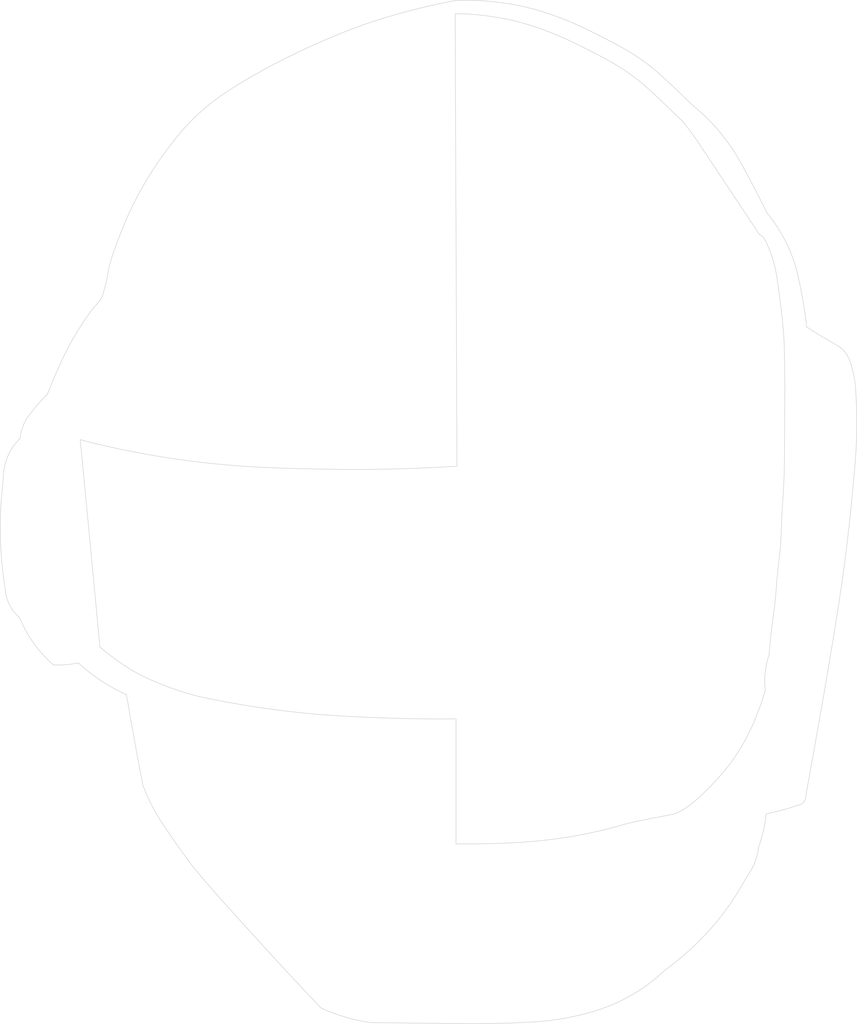
<source format=kicad_pcb>
(kicad_pcb (version 20211014) (generator pcbnew)

  (general
    (thickness 1.6)
  )

  (paper "A0")
  (layers
    (0 "F.Cu" signal)
    (31 "B.Cu" signal)
    (32 "B.Adhes" user "B.Adhesive")
    (33 "F.Adhes" user "F.Adhesive")
    (34 "B.Paste" user)
    (35 "F.Paste" user)
    (36 "B.SilkS" user "B.Silkscreen")
    (37 "F.SilkS" user "F.Silkscreen")
    (38 "B.Mask" user)
    (39 "F.Mask" user)
    (40 "Dwgs.User" user "User.Drawings")
    (41 "Cmts.User" user "User.Comments")
    (42 "Eco1.User" user "User.Eco1")
    (43 "Eco2.User" user "User.Eco2")
    (44 "Edge.Cuts" user)
    (45 "Margin" user)
    (46 "B.CrtYd" user "B.Courtyard")
    (47 "F.CrtYd" user "F.Courtyard")
    (48 "B.Fab" user)
    (49 "F.Fab" user)
  )

  (setup
    (pad_to_mask_clearance 0)
    (pcbplotparams
      (layerselection 0x00010fc_ffffffff)
      (disableapertmacros false)
      (usegerberextensions false)
      (usegerberattributes true)
      (usegerberadvancedattributes true)
      (creategerberjobfile true)
      (svguseinch false)
      (svgprecision 6)
      (excludeedgelayer true)
      (plotframeref false)
      (viasonmask false)
      (mode 1)
      (useauxorigin false)
      (hpglpennumber 1)
      (hpglpenspeed 20)
      (hpglpendiameter 15.000000)
      (dxfpolygonmode true)
      (dxfimperialunits true)
      (dxfusepcbnewfont true)
      (psnegative false)
      (psa4output false)
      (plotreference true)
      (plotvalue true)
      (plotinvisibletext false)
      (sketchpadsonfab false)
      (subtractmaskfromsilk false)
      (outputformat 1)
      (mirror false)
      (drillshape 1)
      (scaleselection 1)
      (outputdirectory "")
    )
  )

  (net 0 "")

  (gr_curve (pts (xy 313.133334 119.602778) (xy 312.991783 119.307361) (xy 312.770651 118.927475) (xy 312.427778 118.544445)) (layer "Dwgs.User") (width 0.2) (tstamp 08cc47f9-1752-4831-9e8b-8b09df1135e3))
  (gr_curve (pts (xy 72.052765 270.479831) (xy 72.052786 270.479852) (xy 76.087897 273.717338) (xy 80.476389 276.4125)) (layer "Dwgs.User") (width 0.2) (tstamp 0c35abc6-b220-4f2a-ae49-7d38bdf1a3d6))
  (gr_curve (pts (xy 313.133334 277.647223) (xy 313.416434 275.106766) (xy 313.981559 272.960472) (xy 314.544445 271.297223)) (layer "Dwgs.User") (width 0.2) (tstamp 0cdbf279-7116-49ab-a395-e6b16ca3a9ec))
  (gr_curve (pts (xy 106.229167 286.643056) (xy 111.472279 287.739737) (xy 118.991308 289.190962) (xy 128.101389 290.523611)) (layer "Dwgs.User") (width 0.2) (tstamp 144fd7ba-8f17-4e5b-b412-fc4768e73585))
  (gr_curve (pts (xy 287.486794 71.096856) (xy 287.449415 71.135132) (xy 279.404729 62.958758) (xy 274.151389 58.395834)) (layer "Dwgs.User") (width 0.2) (tstamp 1643ade5-583c-468c-a539-154a25009740))
  (gr_curve (pts (xy 314.544445 271.297223) (xy 314.731212 268.904001) (xy 315.054147 265.228084) (xy 315.602778 260.713889)) (layer "Dwgs.User") (width 0.2) (tstamp 17832ace-2139-4621-90dc-69ef638f01ef))
  (gr_curve (pts (xy 199.715278 31.937501) (xy 199.950471 88.734723) (xy 200.185641 145.531945) (xy 200.420834 202.329167)) (layer "Dwgs.User") (width 0.2) (tstamp 1b0e53d1-9214-4985-a9bf-b766dd30e124))
  (gr_curve (pts (xy 317.719445 240.605556) (xy 318.280866 235.048143) (xy 318.490113 234.730936) (xy 318.777778 230.727778)) (layer "Dwgs.User") (width 0.2) (tstamp 26807db7-5fcd-481f-9fe2-7d81045b9155))
  (gr_curve (pts (xy 57.898611 191.393056) (xy 60.25046 215.617126) (xy 62.602308 239.841197) (xy 64.954167 264.065278)) (layer "Dwgs.User") (width 0.2) (tstamp 2a0527b4-a9a4-496d-b636-625331226b38))
  (gr_curve (pts (xy 292.672223 77.975) (xy 290.900582 75.444955) (xy 289.125712 73.094829) (xy 287.380556 70.919445)) (layer "Dwgs.User") (width 0.2) (tstamp 2eebe51e-a8ff-4cb4-8f08-25712f696bdb))
  (gr_curve (pts (xy 318.777778 230.727778) (xy 318.994259 227.715193) (xy 318.960842 226.711034) (xy 319.130556 222.613889)) (layer "Dwgs.User") (width 0.2) (tstamp 322aa306-be77-457b-9171-d4a79ca24aa0))
  (gr_curve (pts (xy 299.375 88.558334) (xy 297.457331 85.195711) (xy 295.238819 81.640281) (xy 292.672223 77.975)) (layer "Dwgs.User") (width 0.2) (tstamp 4969eedb-c458-41f2-8f80-a08fd8638d6d))
  (gr_curve (pts (xy 274.151389 58.395834) (xy 266.746243 51.963899) (xy 260.214385 48.659332) (xy 252.279167 44.6375)) (layer "Dwgs.User") (width 0.2) (tstamp 4b509482-2c67-439a-aefc-527e2d2d7d8c))
  (gr_curve (pts (xy 200.136118 318.316661) (xy 200.138314 326.927526) (xy 200.11562 335.537251) (xy 200.068056 344.145834)) (layer "Dwgs.User") (width 0.2) (tstamp 55ca3a92-f007-4590-9a55-877314742dab))
  (gr_curve (pts (xy 267.625 335.15) (xy 272.474188 333.31258) (xy 285.078199 328.372335) (xy 296.2 316.1)) (layer "Dwgs.User") (width 0.2) (tstamp 57203712-9992-4fc9-9711-288ef635c7ef))
  (gr_curve (pts (xy 89.648611 198.448612) (xy 76.216744 196.152628) (xy 65.281968 193.423972) (xy 57.898611 191.393056)) (layer "Dwgs.User") (width 0.2) (tstamp 5927d0fc-b85a-4f55-b6db-2f73d3e09002))
  (gr_curve (pts (xy 315.602778 125.6) (xy 314.764027 123.055496) (xy 313.838286 121.015353) (xy 313.133334 119.602778)) (layer "Dwgs.User") (width 0.2) (tstamp 5b94cd06-19bf-4a35-84dd-7a112e377850))
  (gr_curve (pts (xy 80.476389 276.4125) (xy 91.442839 283.14749) (xy 106.229124 286.643056) (xy 106.229167 286.643056)) (layer "Dwgs.User") (width 0.2) (tstamp 5c1ad781-90fc-4fd8-b403-91ed66ce5284))
  (gr_curve (pts (xy 173.256945 294.404167) (xy 180.094146 294.671765) (xy 189.230862 294.893112) (xy 200.068056 294.756945)) (layer "Dwgs.User") (width 0.2) (tstamp 722c59e2-91f2-499a-91fd-63e84c07af20))
  (gr_curve (pts (xy 310.663889 291.758334) (xy 311.811192 288.786271) (xy 312.604684 286.22368) (xy 313.133334 284.35)) (layer "Dwgs.User") (width 0.2) (tstamp 76a31271-894a-4699-b699-f227098f490e))
  (gr_curve (pts (xy 315.602778 260.713889) (xy 316.093618 256.675247) (xy 316.252006 256.187034) (xy 316.661111 252.6)) (layer "Dwgs.User") (width 0.2) (tstamp 8edd6f3f-6b3e-46de-b965-e4c277135b4e))
  (gr_curve (pts (xy 305.725 101.963889) (xy 303.69403 97.027789) (xy 301.530381 92.557169) (xy 299.375 88.558334)) (layer "Dwgs.User") (width 0.2) (tstamp 921dc15a-83d9-4b98-ad0f-19a9574bf4c6))
  (gr_curve (pts (xy 259.863889 337.619445) (xy 263.113002 336.688408) (xy 264.966851 336.157196) (xy 267.625 335.15)) (layer "Dwgs.User") (width 0.2) (tstamp 92811ce4-46b4-4d25-adcb-9d50dff5b6ee))
  (gr_curve (pts (xy 200.420834 202.329167) (xy 181.277127 203.506055) (xy 164.967722 203.608794) (xy 152.443056 203.3875)) (layer "Dwgs.User") (width 0.2) (tstamp 972c8be9-b149-43a3-a27a-cb900dbbb3b4))
  (gr_curve (pts (xy 309.252778 111.488889) (xy 308.249696 108.452743) (xy 307.083875 105.266503) (xy 305.725 101.963889)) (layer "Dwgs.User") (width 0.2) (tstamp 99ae5f71-513a-4b8e-bac3-2ee2589a3571))
  (gr_curve (pts (xy 64.954167 264.065278) (xy 66.86992 266.011219) (xy 69.228454 268.212441) (xy 72.052765 270.479831)) (layer "Dwgs.User") (width 0.2) (tstamp a38e8313-32ad-4c26-baf3-20cdacc483b5))
  (gr_curve (pts (xy 317.366667 133.008334) (xy 317.238208 132.177915) (xy 317.001659 130.714202) (xy 316.53416 128.829196)) (layer "Dwgs.User") (width 0.2) (tstamp a7beab43-105d-442e-a21d-89da4ae28c83))
  (gr_curve (pts (xy 320.188889 194.744445) (xy 320.239403 183.937708) (xy 320.411873 176.029491) (xy 320.235441 165.232809)) (layer "Dwgs.User") (width 0.2) (tstamp a9cbf670-55e5-4b39-b85d-abb761067782))
  (gr_curve (pts (xy 311.016667 117.486111) (xy 310.428718 115.487036) (xy 309.840727 113.487965) (xy 309.252778 111.488889)) (layer "Dwgs.User") (width 0.2) (tstamp ac1e8c43-c017-4f05-be66-80f24f5fddeb))
  (gr_curve (pts (xy 252.279167 44.6375) (xy 246.512163 41.714584) (xy 235.629602 36.280614) (xy 222.645834 33.70139)) (layer "Dwgs.User") (width 0.2) (tstamp afd760c3-4069-4ae8-9614-b9b8a9e348b3))
  (gr_curve (pts (xy 287.38047 70.919326) (xy 287.38047 70.919326) (xy 287.491746 71.091799) (xy 287.486794 71.096856)) (layer "Dwgs.User") (width 0.2) (tstamp b2c5ec25-35ac-4142-8d23-04a91d2b1a99))
  (gr_curve (pts (xy 313.133334 284.35) (xy 312.934509 282.565032) (xy 312.840328 280.276649) (xy 313.133334 277.647223)) (layer "Dwgs.User") (width 0.2) (tstamp b3f54fd4-f42f-49c0-b62b-504bf51447a9))
  (gr_curve (pts (xy 222.645834 33.70139) (xy 215.530441 32.287921) (xy 209.004246 31.974211) (xy 208.181945 31.937501)) (layer "Dwgs.User") (width 0.2) (tstamp bb131960-c124-434c-8ad9-cf7a47408fd6))
  (gr_curve (pts (xy 200.068056 344.145834) (xy 218.938157 344.455634) (xy 233.65834 343.000985) (xy 241.926224 341.609899)) (layer "Dwgs.User") (width 0.2) (tstamp c6da4646-69f6-4cfc-b13a-1b6f0a252e27))
  (gr_curve (pts (xy 200.068056 294.756945) (xy 200.111421 302.609136) (xy 200.134116 310.462382) (xy 200.136118 318.316661)) (layer "Dwgs.User") (width 0.2) (tstamp c9a40529-6aef-4ae0-972b-575d0c314d0c))
  (gr_curve (pts (xy 287.380556 70.919445) (xy 287.38047 70.919364) (xy 287.38047 70.919326) (xy 287.38047 70.919326)) (layer "Dwgs.User") (width 0.2) (tstamp ccb99ddf-99b9-4efb-9983-df6886b85dd5))
  (gr_curve (pts (xy 152.443056 203.3875) (xy 133.228251 203.048008) (xy 114.127414 202.632906) (xy 89.648611 198.448612)) (layer "Dwgs.User") (width 0.2) (tstamp cf466192-46c3-46c7-ba0c-92b0376da0c0))
  (gr_curve (pts (xy 312.427778 118.544445) (xy 311.921521 117.978889) (xy 311.375904 117.659055) (xy 311.016667 117.486111)) (layer "Dwgs.User") (width 0.2) (tstamp cfdf910b-be6d-4ae5-8fc0-d7237979f384))
  (gr_curve (pts (xy 208.181945 31.937501) (xy 204.825733 31.787671) (xy 201.94348 31.837804) (xy 199.715278 31.937501)) (layer "Dwgs.User") (width 0.2) (tstamp d3bb2f84-a0c2-4afa-9fad-97f548d46d08))
  (gr_curve (pts (xy 319.836112 210.619445) (xy 320.151424 204.972675) (xy 320.159348 201.062653) (xy 320.188889 194.744445)) (layer "Dwgs.User") (width 0.2) (tstamp d9ab75f6-bbc7-4c39-9123-8fceabc4dd6d))
  (gr_curve (pts (xy 320.235441 165.232809) (xy 320.160855 160.667574) (xy 320.123562 158.384961) (xy 320.0125 156.115278)) (layer "Dwgs.User") (width 0.2) (tstamp dc21a6a0-1353-4f47-89c1-4db961cb5d89))
  (gr_curve (pts (xy 296.2 316.1) (xy 304.850894 306.554222) (xy 308.676026 296.907783) (xy 310.663889 291.758334)) (layer "Dwgs.User") (width 0.2) (tstamp de2b3089-bfa2-4386-8ebd-02b53a2d2f3e))
  (gr_curve (pts (xy 128.101389 290.523611) (xy 147.429753 293.351044) (xy 162.583522 293.986406) (xy 173.256945 294.404167)) (layer "Dwgs.User") (width 0.2) (tstamp dfe2630a-ed01-4bab-a8f2-d27001c62bcc))
  (gr_curve (pts (xy 320.0125 156.115278) (xy 320.0125 156.115246) (xy 319.582854 147.333482) (xy 317.366667 133.008334)) (layer "Dwgs.User") (width 0.2) (tstamp e1f444e9-6c91-42f0-a9e0-a3490924f2b1))
  (gr_curve (pts (xy 319.130556 222.613889) (xy 319.368612 216.867233) (xy 319.599347 214.859754) (xy 319.836112 210.619445)) (layer "Dwgs.User") (width 0.2) (tstamp e269db6b-d690-4d03-aa22-fabef0c5ebf0))
  (gr_curve (pts (xy 316.661111 252.6) (xy 317.271066 247.251748) (xy 317.089552 246.840597) (xy 317.719445 240.605556)) (layer "Dwgs.User") (width 0.2) (tstamp e9268bd1-040d-42fa-9ed4-389204b3f1eb))
  (gr_curve (pts (xy 241.926224 341.609899) (xy 249.412805 340.350264) (xy 258.502431 338.00958) (xy 259.863889 337.619445)) (layer "Dwgs.User") (width 0.2) (tstamp ef9c05e0-15f5-4290-a138-2ce29557de21))
  (gr_curve (pts (xy 316.53416 128.829196) (xy 316.291754 127.851828) (xy 315.987595 126.76736) (xy 315.602778 125.6)) (layer "Dwgs.User") (width 0.2) (tstamp ff8122a5-cd57-4905-a566-b9480ed0773f))
  (gr_curve (pts (xy 282.60418 75.839614) (xy 282.520261 76.071968) (xy 274.475575 67.895594) (xy 269.222235 63.33267)) (layer "Edge.Cuts") (width 0.2) (tstamp 00000000-0000-0000-0000-0000621fb72b))
  (gr_curve (pts (xy 217.7125 38.598612) (xy 210.597107 37.185143) (xy 204.070912 36.871433) (xy 203.248611 36.834723)) (layer "Edge.Cuts") (width 0.2) (tstamp 00000000-0000-0000-0000-0000621fb72c))
  (gr_curve (pts (xy 269.222235 63.33267) (xy 261.812909 56.861121) (xy 255.281051 53.556554) (xy 247.345833 49.534722)) (layer "Edge.Cuts") (width 0.2) (tstamp 00000000-0000-0000-0000-0000621fb72e))
  (gr_curve (pts (xy 247.345833 49.534722) (xy 241.578829 46.611806) (xy 230.696268 41.177836) (xy 217.7125 38.598612)) (layer "Edge.Cuts") (width 0.2) (tstamp 00000000-0000-0000-0000-0000621fb72f))
  (gr_curve (pts (xy 287.895846 82.895169) (xy 286.124206 80.365124) (xy 284.349336 78.014998) (xy 282.60418 75.839614)) (layer "Edge.Cuts") (width 0.2) (tstamp 00000000-0000-0000-0000-0000621fb73f))
  (gr_line (start 287.895846 82.895169) (end 310.940291 117.50628) (layer "Edge.Cuts") (width 0.2) (tstamp 00000000-0000-0000-0000-0000621fb7aa))
  (gr_curve (pts (xy 201.57918 340.542392) (xy 217.32964 340.499436) (xy 237.191778 340.314369) (xy 259.787513 333.839614)) (layer "Edge.Cuts") (width 0.2) (tstamp 00000000-0000-0000-0000-0000621fbd15))
  (gr_curve (pts (xy 259.787513 333.839614) (xy 263.036626 332.908577) (xy 264.890475 332.377365) (xy 279.2 329.7)) (layer "Edge.Cuts") (width 0.2) (tstamp 00000000-0000-0000-0000-0000621fbd16))
  (gr_curve (pts (xy 199.815291 340.542392) (xy 200.111655 340.543231) (xy 200.761637 340.544631) (xy 201.57918 340.542392)) (layer "Edge.Cuts") (width 0.2) (tstamp 00000000-0000-0000-0000-0000621fbd17))
  (gr_curve (pts (xy 62.2 192.6) (xy 64.651849 218.12407) (xy 67.003697 242.348141) (xy 69.4 268.5)) (layer "Edge.Cuts") (width 0.2) (tstamp 00000000-0000-0000-0000-0000621fbd5a))
  (gr_line (start 199.815291 294.777114) (end 199.815291 340.542392) (layer "Edge.Cuts") (width 0.2) (tstamp 00000000-0000-0000-0000-0000621fc02a))
  (gr_curve (pts (xy 316.584735 252.620169) (xy 317.19469 247.271917) (xy 317.013176 246.860766) (xy 317.643069 240.625725)) (layer "Edge.Cuts") (width 0.2) (tstamp 0241670d-55fd-46a6-92eb-6ab51a9cfcc5))
  (gr_curve (pts (xy 306.35418 352.456281) (xy 303.184132 358.375837) (xy 298.464437 365.776161) (xy 291.537513 373.270169)) (layer "Edge.Cuts") (width 0.2) (tstamp 03746f22-efb4-42e0-9b92-089029ad1ea5))
  (gr_curve (pts (xy 58.70418 157.19378) (xy 61.965738 151.331358) (xy 66.385666 144.914319) (xy 68.22918 143.082669)) (layer "Edge.Cuts") (width 0.2) (tstamp 03969539-ac77-4fa0-b2a2-428740c3833b))
  (gr_curve (pts (xy 337.398624 268.847947) (xy 335.336562 281.463628) (xy 333.467469 291.957002) (xy 331.048624 305.536836)) (layer "Edge.Cuts") (width 0.2) (tstamp 04f58442-80b5-4eb0-ae26-53e3e654af6a))
  (gr_curve (pts (xy 317.290291 133.028503) (xy 317.161832 132.198084) (xy 316.925283 130.734371) (xy 316.457784 128.849365)) (layer "Edge.Cuts") (width 0.2) (tstamp 05fdb8d4-ecf9-4c7a-bc10-d332a9bdd430))
  (gr_curve (pts (xy 94.334735 336.052114) (xy 91.230338 331.491238) (xy 90.177194 329.703621) (xy 89.395846 328.291003)) (layer "Edge.Cuts") (width 0.2) (tstamp 068cacb4-8ae6-4d08-9a02-b07bfa8c0355))
  (gr_curve (pts (xy 43.181958 264.085447) (xy 41.83443 261.845683) (xy 40.802818 259.693833) (xy 40.006958 257.735447)) (layer "Edge.Cuts") (width 0.2) (tstamp 06b5089d-d3cb-4cd4-b123-f52011be2426))
  (gr_curve (pts (xy 53.765291 167.424336) (xy 55.609138 163.284494) (xy 56.78735 160.639156) (xy 58.70418 157.19378)) (layer "Edge.Cuts") (width 0.2) (tstamp 0877d21a-a72c-4d5b-93de-1a17d4761708))
  (gr_curve (pts (xy 307.059735 96.692392) (xy 308.844639 100.028665) (xy 311.15281 104.448324) (xy 313.762513 109.745169)) (layer "Edge.Cuts") (width 0.2) (tstamp 0f077a95-0df9-4a04-bd38-3547ff4487e1))
  (gr_curve (pts (xy 287.30418 70.939614) (xy 289.208758 72.518897) (xy 291.539666 74.62216) (xy 294.006958 77.289614)) (layer "Edge.Cuts") (width 0.2) (tstamp 143f66e7-3ca7-4aed-9ed3-0211b053a2bc))
  (gr_curve (pts (xy 327.168069 325.292392) (xy 326.356964 326.250753) (xy 325.245232 326.338646) (xy 325.051402 326.350725)) (layer "Edge.Cuts") (width 0.2) (tstamp 153e0e83-3c11-45ef-8386-df408a9f9d02))
  (gr_curve (pts (xy 199.5 36.8) (xy 199.697706 88.754892) (xy 199.932876 145.552114) (xy 200.168069 202.349336)) (layer "Edge.Cuts") (width 0.2) (tstamp 15d267c3-7443-41fd-8ba1-037bb0acfedd))
  (gr_curve (pts (xy 200.168069 202.349336) (xy 181.024362 203.526224) (xy 164.714957 203.628963) (xy 152.190291 203.407669)) (layer "Edge.Cuts") (width 0.2) (tstamp 192b78d6-de38-4cbc-afd3-61f1ea51069e))
  (gr_curve (pts (xy 279.2 329.7) (xy 280.7 329.2) (xy 285.001823 328.392504) (xy 296.123624 316.120169)) (layer "Edge.Cuts") (width 0.2) (tstamp 21924aeb-36ba-4815-9d08-7befc3463ad1))
  (gr_curve (pts (xy 55.881958 275.021558) (xy 54.624573 275.08146) (xy 53.44452 275.07345) (xy 52.35418 275.021558)) (layer "Edge.Cuts") (width 0.2) (tstamp 23dcebd0-3874-44a9-ac49-15a1ebe806c4))
  (gr_curve (pts (xy 313.056958 119.622947) (xy 312.915407 119.32753) (xy 312.694275 118.947644) (xy 312.351402 118.564614)) (layer "Edge.Cuts") (width 0.2) (tstamp 24af7fa9-7e0b-41d0-9b21-6fe6eb0cbc7b))
  (gr_curve (pts (xy 222.4125 33.698612) (xy 215.297107 32.285143) (xy 208.770912 31.971433) (xy 207.948611 31.934723)) (layer "Edge.Cuts") (width 0.2) (tstamp 26f86d51-5c74-45ba-a090-faf9025f6789))
  (gr_curve (pts (xy 79.165291 285.957669) (xy 76.014385 284.533811) (xy 72.382565 282.59924) (xy 68.581958 279.960447)) (layer "Edge.Cuts") (width 0.2) (tstamp 2c0cb504-d507-4e62-8abf-30541e24f292))
  (gr_curve (pts (xy 40.006958 257.735447) (xy 39.142938 257.003601) (xy 38.113382 255.967381) (xy 37.184735 254.560447)) (layer "Edge.Cuts") (width 0.2) (tstamp 35d0b303-f3d4-4b22-bfde-2dc862667549))
  (gr_curve (pts (xy 331.048624 305.536836) (xy 329.714123 313.028885) (xy 328.603511 319.163201) (xy 327.873624 323.175725)) (layer "Edge.Cuts") (width 0.2) (tstamp 37988758-5c32-4c06-89b6-8130d53191d9))
  (gr_curve (pts (xy 80.223624 276.432669) (xy 91.190074 283.167659) (xy 105.976359 286.663225) (xy 105.976402 286.663225)) (layer "Edge.Cuts") (width 0.2) (tstamp 37c8da5e-80a8-4f15-baca-7a4bbf4c2981))
  (gr_curve (pts (xy 320.159065 165.252978) (xy 320.084479 160.687743) (xy 320.047186 158.40513) (xy 319.936124 156.135447)) (layer "Edge.Cuts") (width 0.2) (tstamp 3c42727e-4032-43c9-85af-65c6160c46b0))
  (gr_curve (pts (xy 72.260458 132.207989) (xy 72.772766 127.696458) (xy 75.947852 119.7398) (xy 77.75418 115.213225)) (layer "Edge.Cuts") (width 0.2) (tstamp 4004c9b7-3244-4760-8bf9-258204a0654d))
  (gr_curve (pts (xy 341.984735 238.861836) (xy 340.631545 249.068771) (xy 339.412024 256.529879) (xy 337.398624 268.847947)) (layer "Edge.Cuts") (width 0.2) (tstamp 40452a0b-556e-4fbe-9f91-2e54baa41e50))
  (gr_curve (pts (xy 312.351402 335.875725) (xy 311.836446 338.110386) (xy 311.220033 340.116271) (xy 310.587513 341.872947)) (layer "Edge.Cuts") (width 0.2) (tstamp 43eb19de-f823-48fe-9698-1100f027d2a7))
  (gr_curve (pts (xy 123.262513 371.329892) (xy 108.695896 355.286836) (xy 105.177377 351.067283) (xy 102.095847 346.988225)) (layer "Edge.Cuts") (width 0.2) (tstamp 474ca609-e7bf-48a3-b83c-443781fc1f2b))
  (gr_curve (pts (xy 321.170846 121.386836) (xy 322.614944 124.445435) (xy 323.626597 127.320367) (xy 324.345846 129.853503)) (layer "Edge.Cuts") (width 0.2) (tstamp 48c1cb63-f411-4ca6-a1ee-3286b760ea54))
  (gr_curve (pts (xy 134.90418 291.602114) (xy 150.219029 293.550638) (xy 162.173661 294.022207) (xy 173.00418 294.424336)) (layer "Edge.Cuts") (width 0.2) (tstamp 49a88cf2-2da5-41ff-b62a-e711cba97d80))
  (gr_curve (pts (xy 69.4 268.5) (xy 71.800021 270.500021) (xy 75.835132 273.737507) (xy 80.223624 276.432669)) (layer "Edge.Cuts") (width 0.2) (tstamp 4b9cf8ae-5cbe-4a9a-9c4c-5886fe2578e5))
  (gr_curve (pts (xy 32.951402 227.396558) (xy 32.810261 219.87739) (xy 33.284134 213.113139) (xy 34.009735 207.288225)) (layer "Edge.Cuts") (width 0.2) (tstamp 54d18ba2-a765-4e46-9d1c-32bb057f97f4))
  (gr_curve (pts (xy 318.701402 230.747947) (xy 318.917883 227.735362) (xy 318.884466 226.731203) (xy 319.05418 222.634058)) (layer "Edge.Cuts") (width 0.2) (tstamp 559f4617-b674-497a-be2e-3787cd0ba61b))
  (gr_curve (pts (xy 68.22918 143.082669) (xy 68.40742 142.90557) (xy 69.039165 142.296822) (xy 69.640291 141.31878)) (layer "Edge.Cuts") (width 0.2) (tstamp 55f2ad67-25c3-4dc7-a671-49211cffa22d))
  (gr_curve (pts (xy 273.922235 58.43267) (xy 266.512909 51.961121) (xy 259.981051 48.656554) (xy 252.045833 44.634722)) (layer "Edge.Cuts") (width 0.2) (tstamp 55f2f2af-0348-4055-b8b0-735977fe91da))
  (gr_curve (pts (xy 345.512513 206.406281) (xy 344.841107 214.339603) (xy 343.755945 225.501691) (xy 341.984735 238.861836)) (layer "Edge.Cuts") (width 0.2) (tstamp 577ffc2e-6e9a-4ba5-a561-6d4bc3e0e49b))
  (gr_curve (pts (xy 219.570847 406.078503) (xy 212.693833 406.331674) (xy 206.099016 406.309539) (xy 199.815291 406.254892)) (layer "Edge.Cuts") (width 0.2) (tstamp 590fd6a6-2f70-4bdc-8335-cdf987b75921))
  (gr_curve (pts (xy 50.237513 175.891003) (xy 51.080829 173.719462) (xy 52.256339 170.812254) (xy 53.765291 167.424336)) (layer "Edge.Cuts") (width 0.2) (tstamp 5ebfe0ed-d62b-4076-9d56-874cf32276e0))
  (gr_curve (pts (xy 316.457784 128.849365) (xy 316.215378 127.871997) (xy 315.911219 126.787529) (xy 315.526402 125.620169)) (layer "Edge.Cuts") (width 0.2) (tstamp 622aad28-f56f-48b7-a675-696280f9e999))
  (gr_curve (pts (xy 313.056958 277.667392) (xy 313.340058 275.126935) (xy 313.905183 272.980641) (xy 314.468069 271.317392)) (layer "Edge.Cuts") (width 0.2) (tstamp 6246d9cd-aa52-4fe9-8fa8-795f620182bb))
  (gr_curve (pts (xy 315.526402 260.734058) (xy 316.017242 256.695416) (xy 316.17563 256.207203) (xy 316.584735 252.620169)) (layer "Edge.Cuts") (width 0.2) (tstamp 64c2de3b-ed7b-473b-86c8-a05f917e3287))
  (gr_curve (pts (xy 287.30418 70.939614) (xy 287.220261 71.171968) (xy 279.175575 62.995594) (xy 273.922235 58.43267)) (layer "Edge.Cuts") (width 0.2) (tstamp 669d76d6-fb2c-46c8-86fb-d0992c949553))
  (gr_curve (pts (xy 309.176402 347.517392) (xy 308.308152 349.668617) (xy 307.22988 351.315351) (xy 306.35418 352.456281)) (layer "Edge.Cuts") (width 0.2) (tstamp 6732d40c-20d6-4b15-aca4-69d691077b99))
  (gr_curve (pts (xy 313.056958 284.370169) (xy 312.858133 282.585201) (xy 312.763952 280.296818) (xy 313.056958 277.667392)) (layer "Edge.Cuts") (width 0.2) (tstamp 697c2c0a-6e96-4292-8881-e5c02a2785dc))
  (gr_curve (pts (xy 168.418069 405.902114) (xy 164.63643 405.325706) (xy 160.329609 404.355008) (xy 155.718069 402.727114)) (layer "Edge.Cuts") (width 0.2) (tstamp 69cbcb17-e80a-41cc-a48d-cb7c838d9dc4))
  (gr_curve (pts (xy 328.226402 151.372947) (xy 331.262565 153.366602) (xy 333.818739 154.902437) (xy 335.634735 155.959058)) (layer "Edge.Cuts") (width 0.2) (tstamp 6d46e87e-8f3f-4ff5-8cf3-730484582a3c))
  (gr_curve (pts (xy 291.537513 373.270169) (xy 286.232066 379.009957) (xy 280.936179 383.393561) (xy 276.368069 386.675725)) (layer "Edge.Cuts") (width 0.2) (tstamp 6f34a26f-8b7c-4984-abd7-98293ba298df))
  (gr_curve (pts (xy 70.698624 138.849336) (xy 71.607807 135.584667) (xy 72.062387 133.952337) (xy 72.260458 132.207989)) (layer "Edge.Cuts") (width 0.2) (tstamp 708bd05b-dbc8-441b-811f-4d091dc3755c))
  (gr_curve (pts (xy 120.087513 62.649336) (xy 143.632868 48.23609) (xy 167.006915 40.424348) (xy 167.006958 40.424337)) (layer "Edge.Cuts") (width 0.2) (tstamp 72824572-ae51-40f0-a001-e2bc99d6c291))
  (gr_curve (pts (xy 327.873624 323.175725) (xy 327.885854 323.394489) (xy 327.918712 324.405473) (xy 327.168069 325.292392)) (layer "Edge.Cuts") (width 0.2) (tstamp 763c00ef-245e-4d80-94b8-a9688318d403))
  (gr_curve (pts (xy 89.395846 328.291003) (xy 87.351398 324.594824) (xy 86.005722 321.365306) (xy 85.162513 319.118781)) (layer "Edge.Cuts") (width 0.2) (tstamp 7c778e32-31a6-4972-8c01-b752b9db1841))
  (gr_curve (pts (xy 313.762513 109.745169) (xy 316.125203 112.59892) (xy 318.845493 116.461765) (xy 321.170846 121.386836)) (layer "Edge.Cuts") (width 0.2) (tstamp 7cd08896-3c0d-45da-9a82-d90b390fac34))
  (gr_curve (pts (xy 346.570847 187.709058) (xy 346.528429 194.429352) (xy 346.125482 200.684731) (xy 345.512513 206.406281)) (layer "Edge.Cuts") (width 0.2) (tstamp 7d6f4b86-0d3e-4aae-9def-c29f135e0cb7))
  (gr_curve (pts (xy 268.606958 393.025725) (xy 257.880136 400.45559) (xy 247.407519 402.728147) (xy 241.443069 403.961836)) (layer "Edge.Cuts") (width 0.2) (tstamp 844cfeca-c36e-432c-af57-03223d68ee83))
  (gr_curve (pts (xy 44.593069 182.241003) (xy 45.881588 180.62324) (xy 47.750122 178.411618) (xy 50.237513 175.891003)) (layer "Edge.Cuts") (width 0.2) (tstamp 8b92c020-4910-4d68-bbbf-a112f846f1db))
  (gr_curve (pts (xy 69.640291 141.31878) (xy 70.304419 140.238205) (xy 70.578498 139.280651) (xy 70.698624 138.849336)) (layer "Edge.Cuts") (width 0.2) (tstamp 8d962d1c-1cef-4e05-a039-2451373db328))
  (gr_curve (pts (xy 40.147647 192.2308) (xy 40.317964 190.658792) (xy 40.770219 188.287727) (xy 42.123624 185.768781)) (layer "Edge.Cuts") (width 0.2) (tstamp 8e5a13bf-e338-48c0-8431-af080aff70a9))
  (gr_curve (pts (xy 315.526402 125.620169) (xy 314.68765 123.075665) (xy 313.76191 121.035522) (xy 313.056958 119.622947)) (layer "Edge.Cuts") (width 0.2) (tstamp 8e7258c3-ec06-43d3-83ea-8bc9dde53d4d))
  (gr_curve (pts (xy 320.112513 194.764614) (xy 320.163027 183.957877) (xy 320.335497 176.04966) (xy 320.159065 165.252978)) (layer "Edge.Cuts") (width 0.2) (tstamp 8e7f1b1e-db42-408a-84ab-9c26443c4873))
  (gr_curve (pts (xy 276.368069 386.675725) (xy 274.663134 388.314923) (xy 272.05946 390.634377) (xy 268.606958 393.025725)) (layer "Edge.Cuts") (width 0.2) (tstamp 902677b5-b065-41f8-9bc7-4259855fde44))
  (gr_curve (pts (xy 319.936124 156.135447) (xy 319.936124 156.135415) (xy 319.506478 147.353651) (xy 317.290291 133.028503)) (layer "Edge.Cuts") (width 0.2) (tstamp 94189d7a-8d67-4d0d-864b-eae07cce426c))
  (gr_curve (pts (xy 155.718069 402.727114) (xy 153.830156 402.06066) (xy 152.065772 401.345695) (xy 150.426402 400.610447)) (layer "Edge.Cuts") (width 0.2) (tstamp 996d294d-e848-4cd0-9c81-bfa694be25b4))
  (gr_curve (pts (xy 252.045833 44.634722) (xy 246.278829 41.711806) (xy 235.396268 36.277836) (xy 222.4125 33.698612)) (layer "Edge.Cuts") (width 0.2) (tstamp 9a7e9f54-686f-49e0-8f1e-ab80fff4c359))
  (gr_line (start 203.248611 36.834723) (end 199.5 36.8) (layer "Edge.Cuts") (width 0.2) (tstamp 9af676fa-6d10-4cd5-97f2-69e1d44d27b5))
  (gr_curve (pts (xy 37.537513 195.29378) (xy 38.377126 194.069318) (xy 39.279859 193.058355) (xy 40.147647 192.2308)) (layer "Edge.Cuts") (width 0.2) (tstamp 9db9ccc3-ddfb-4025-a5df-f10cbbb70270))
  (gr_curve (pts (xy 167.006958 40.424337) (xy 175.239982 37.642407) (xy 186.210092 34.440831) (xy 199.462513 31.95767)) (layer "Edge.Cuts") (width 0.2) (tstamp a029dfb9-1cb7-4cc8-b323-a51167df4664))
  (gr_curve (pts (xy 317.643069 240.625725) (xy 318.20449 235.068312) (xy 318.413737 234.751105) (xy 318.701402 230.747947)) (layer "Edge.Cuts") (width 0.2) (tstamp a0f282e3-c68e-462f-8ec2-5dad32b2a1d8))
  (gr_curve (pts (xy 104.565291 74.291003) (xy 109.90801 69.202048) (xy 114.894226 65.828398) (xy 120.087513 62.649336)) (layer "Edge.Cuts") (width 0.2) (tstamp a2f8d053-6e00-4c4a-87c9-265b623b85be))
  (gr_curve (pts (xy 335.634735 155.959058) (xy 339.672215 158.308237) (xy 340.67224 158.650184) (xy 341.984735 160.192392)) (layer "Edge.Cuts") (width 0.2) (tstamp a438be0b-c46d-4a2c-aeee-b415dbbad829))
  (gr_curve (pts (xy 34.009735 207.288225) (xy 34.004772 204.723804) (xy 34.395931 199.87537) (xy 37.537513 195.29378)) (layer "Edge.Cuts") (width 0.2) (tstamp a57abc33-0510-4700-b428-71a6cf35575a))
  (gr_curve (pts (xy 52.35418 275.021558) (xy 49.552639 272.569081) (xy 46.139045 269.0005) (xy 43.181958 264.085447)) (layer "Edge.Cuts") (width 0.2) (tstamp a92c9ad3-f4e7-4dbb-a65f-b07e2d5d0a18))
  (gr_curve (pts (xy 68.581958 279.960447) (xy 65.846767 278.061381) (xy 63.503779 276.130599) (xy 61.526402 274.316003)) (layer "Edge.Cuts") (width 0.2) (tstamp a971489e-3071-41ea-8777-479cd00f32bd))
  (gr_curve (pts (xy 310.587513 341.872947) (xy 310.432484 343.324646) (xy 310.068036 345.30831) (xy 309.176402 347.517392)) (layer "Edge.Cuts") (width 0.2) (tstamp b187de6c-af3b-4e10-b11e-e916f029109f))
  (gr_curve (pts (xy 89.395846 198.468781) (xy 75.963979 196.172797) (xy 65.029203 193.444141) (xy 62.2 192.6)) (layer "Edge.Cuts") (width 0.2) (tstamp b19d5c37-c49a-4ded-8b06-94fd0a1df624))
  (gr_curve (pts (xy 150.426402 400.610447) (xy 148.865257 398.972907) (xy 146.677987 396.671024) (xy 144.076402 393.907669)) (layer "Edge.Cuts") (width 0.2) (tstamp b1c3aabe-2dd5-4d8f-827f-7922ebe4e00b))
  (gr_curve (pts (xy 325.051402 326.350725) (xy 323.304825 326.964706) (xy 321.421305 327.562064) (xy 319.406958 328.114614)) (layer "Edge.Cuts") (width 0.2) (tstamp b4637daa-9488-4c05-aec0-320f46bf7f4e))
  (gr_curve (pts (xy 226.626402 405.725725) (xy 224.314786 405.87184) (xy 221.962561 405.990437) (xy 219.570847 406.078503)) (layer "Edge.Cuts") (width 0.2) (tstamp baedf32c-02c1-4495-a664-ef91fbbbfce2))
  (gr_curve (pts (xy 85.162513 319.118781) (xy 84.323374 314.807287) (xy 83.499824 310.456239) (xy 82.693069 306.066003)) (layer "Edge.Cuts") (width 0.2) (tstamp c8846628-fb2a-4da2-bc8a-79647e442c79))
  (gr_curve (pts (xy 312.351402 118.564614) (xy 311.845145 117.999058) (xy 311.299528 117.679224) (xy 310.940291 117.50628)) (layer "Edge.Cuts") (width 0.2) (tstamp c8cc0de3-757d-403f-8af5-ab14f3c1ae58))
  (gr_curve (pts (xy 300.709735 85.75628) (xy 301.839727 87.404086) (xy 303.295236 89.655946) (xy 307.059735 96.692392)) (layer "Edge.Cuts") (width 0.2) (tstamp cdb50ef0-c36f-4ac9-b78f-26b1b441118d))
  (gr_curve (pts (xy 310.587513 291.778503) (xy 311.734816 288.80644) (xy 312.528308 286.243849) (xy 313.056958 284.370169)) (layer "Edge.Cuts") (width 0.2) (tstamp ce6eb5c0-46a0-401c-92b2-4e3cde5c2d56))
  (gr_curve (pts (xy 94.687513 85.579892) (xy 97.246509 82.23387) (xy 100.07504 78.56797) (xy 104.565291 74.291003)) (layer "Edge.Cuts") (width 0.2) (tstamp ced80e14-8fe2-472a-9ceb-091366675f78))
  (gr_curve (pts (xy 105.976402 286.663225) (xy 117.650711 289.165355) (xy 127.55198 290.666684) (xy 134.90418 291.602114)) (layer "Edge.Cuts") (width 0.2) (tstamp d1a9305a-316b-44b2-81ff-5e77f9dfc355))
  (gr_curve (pts (xy 313.409735 329.525725) (xy 313.211169 331.43138) (xy 312.883153 333.568286) (xy 312.351402 335.875725)) (layer "Edge.Cuts") (width 0.2) (tstamp d32c3a0f-20bd-4c4c-8c92-d81b4d854c7c))
  (gr_curve (pts (xy 345.159735 167.600725) (xy 345.936949 170.588958) (xy 346.163808 173.170852) (xy 346.218069 175.009058)) (layer "Edge.Cuts") (width 0.2) (tstamp d37b661b-7e8b-4728-99ec-a887b13b8b36))
  (gr_curve (pts (xy 324.345846 129.853503) (xy 324.843835 131.789765) (xy 325.316631 133.789298) (xy 325.756958 135.850725)) (layer "Edge.Cuts") (width 0.2) (tstamp d3c7d1a2-b86c-461e-b868-5ea3bb97ca7d))
  (gr_curve (pts (xy 77.75418 115.213225) (xy 79.634642 110.50084) (xy 84.757176 98.564279) (xy 94.687513 85.579892)) (layer "Edge.Cuts") (width 0.2) (tstamp d437d0dd-d68c-47b1-9887-1591af4ebf37))
  (gr_curve (pts (xy 314.468069 271.317392) (xy 314.654836 268.92417) (xy 314.977771 265.248253) (xy 315.526402 260.734058)) (layer "Edge.Cuts") (width 0.2) (tstamp d4e8cb79-aa45-4800-b1c9-e030d425db06))
  (gr_curve (pts (xy 296.123624 316.120169) (xy 304.774517 306.574391) (xy 308.59965 296.927952) (xy 310.587513 291.778503)) (layer "Edge.Cuts") (width 0.2) (tstamp d60f3559-7cfe-4777-bceb-c0350f1e0d54))
  (gr_curve (pts (xy 241.443069 403.961836) (xy 237.821606 404.710929) (xy 232.769782 405.51523) (xy 226.626402 405.725725)) (layer "Edge.Cuts") (width 0.2) (tstamp d927a467-c9b8-4edb-9024-124c91ea5eea))
  (gr_curve (pts (xy 173.00418 294.424336) (xy 183.866092 294.827649) (xy 193.035903 294.851571) (xy 199.815291 294.777114)) (layer "Edge.Cuts") (width 0.2) (tstamp da9b4e30-463a-4362-870c-09a82f781e81))
  (gr_curve (pts (xy 152.190291 203.407669) (xy 132.975486 203.068177) (xy 113.874649 202.653075) (xy 89.395846 198.468781)) (layer "Edge.Cuts") (width 0.2) (tstamp de9b90d2-03f5-4ae9-8df0-480e54b46472))
  (gr_curve (pts (xy 144.076402 393.907669) (xy 139.864644 389.433998) (xy 133.8168 382.953945) (xy 123.262513 371.329892)) (layer "Edge.Cuts") (width 0.2) (tstamp df74081a-b59f-4366-9805-3783d865b32f))
  (gr_curve (pts (xy 294.006958 77.289614) (xy 294.921329 78.278184) (xy 297.626332 81.25985) (xy 300.709735 85.75628)) (layer "Edge.Cuts") (width 0.2) (tstamp e1ec0eb3-b0fc-46c1-beb7-beaa360f3e9c))
  (gr_curve (pts (xy 199.815291 406.254892) (xy 189.387245 406.137715) (xy 178.893807 406.01985) (xy 168.418069 405.902114)) (layer "Edge.Cuts") (width 0.2) (tstamp e3e7e0db-5a8c-487e-a576-b768cc4e0b64))
  (gr_curve (pts (xy 42.123624 185.768781) (xy 42.500679 185.067015) (xy 43.025141 184.209573) (xy 44.593069 182.241003)) (layer "Edge.Cuts") (width 0.2) (tstamp e8ed2d12-921b-48c9-bd01-c5faaed2e901))
  (gr_curve (pts (xy 319.05418 222.634058) (xy 319.292236 216.887402) (xy 319.522971 214.879923) (xy 319.759735 210.639614)) (layer "Edge.Cuts") (width 0.2) (tstamp e90cb51f-662a-4441-bef2-b80348a828b0))
  (gr_curve (pts (xy 82.693069 306.066003) (xy 81.447947 299.290254) (xy 80.273234 292.58655) (xy 79.165291 285.957669)) (layer "Edge.Cuts") (width 0.2) (tstamp e9632758-893e-4a01-b232-5df760222359))
  (gr_curve (pts (xy 34.715291 247.152114) (xy 33.795978 241.43093) (xy 33.090207 234.79124) (xy 32.951402 227.396558)) (layer "Edge.Cuts") (width 0.2) (tstamp eb85051b-2359-4d30-9773-f4231b8b1e08))
  (gr_curve (pts (xy 102.095847 346.988225) (xy 98.890357 342.745095) (xy 95.632718 337.959082) (xy 94.334735 336.052114)) (layer "Edge.Cuts") (width 0.2) (tstamp ee397f82-9769-4a3b-8dc8-9cf38be28949))
  (gr_curve (pts (xy 319.406958 328.114614) (xy 317.303468 328.691624) (xy 315.297002 329.154042) (xy 313.409735 329.525725)) (layer "Edge.Cuts") (width 0.2) (tstamp eee9f392-954f-42c0-80db-0b969400e557))
  (gr_curve (pts (xy 207.948611 31.934723) (xy 204.592399 31.784893) (xy 201.710146 31.835026) (xy 199.462513 31.95767)) (layer "Edge.Cuts") (width 0.2) (tstamp ef389d9e-b2a1-4707-a2d6-3b8a8cc08de0))
  (gr_curve (pts (xy 346.218069 175.009058) (xy 346.4659 179.011872) (xy 346.598967 183.252784) (xy 346.570847 187.709058)) (layer "Edge.Cuts") (width 0.2) (tstamp ef9b52cd-56f5-4a3a-9671-b7c13a04026c))
  (gr_curve (pts (xy 325.756958 135.850725) (xy 326.923682 141.312988) (xy 327.712738 146.509614) (xy 328.226402 151.372947)) (layer "Edge.Cuts") (width 0.2) (tstamp f1302f1a-2721-4d42-91c8-c8ff5cc523a8))
  (gr_curve (pts (xy 319.759735 210.639614) (xy 320.075048 204.992844) (xy 320.082971 201.082822) (xy 320.112513 194.764614)) (layer "Edge.Cuts") (width 0.2) (tstamp f1d7f18f-7f5f-4b21-b3d9-2b5877121e51))
  (gr_curve (pts (xy 37.184735 254.560447) (xy 35.256182 251.638662) (xy 34.824899 248.727276) (xy 34.715291 247.152114)) (layer "Edge.Cuts") (width 0.2) (tstamp f774da37-66c7-4afa-8589-12d5c7c5f980))
  (gr_curve (pts (xy 341.984735 160.192392) (xy 343.782214 162.304504) (xy 344.367536 164.554927) (xy 345.159735 167.600725)) (layer "Edge.Cuts") (width 0.2) (tstamp fa752b73-55d1-46f9-85e6-6e4b546aa860))
  (gr_curve (pts (xy 61.526402 274.316003) (xy 59.883587 274.650543) (xy 57.98887 274.921177) (xy 55.881958 275.021558)) (layer "Edge.Cuts") (width 0.2) (tstamp fd149a9a-f9c5-42e3-8526-de9a93fd9df2))

)

</source>
